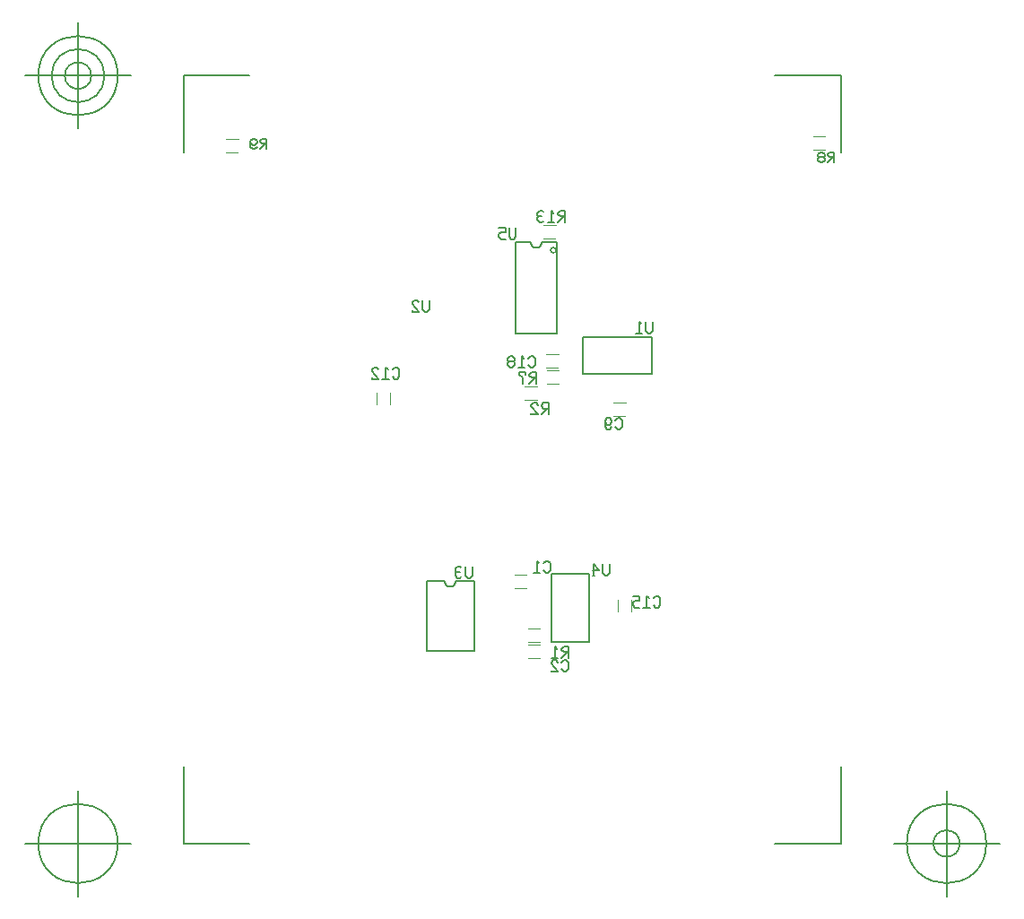
<source format=gbr>
G04 Generated by Ultiboard 13.0 *
%FSLAX25Y25*%
%MOIN*%

%ADD10C,0.00001*%
%ADD11C,0.00800*%
%ADD12C,0.00667*%
%ADD13C,0.00100*%
%ADD14C,0.00500*%


G04 ColorRGB FF14FF for the following layer *
%LNSilkscreen Bottom*%
%LPD*%
G54D10*
G54D11*
X343650Y269000D02*
X343650Y235000D01*
X328350Y235000D01*
X328350Y269000D01*
X341373Y266128D02*
G75*
D01*
G02X341373Y266128I985J0*
G01*
X334031Y269000D02*
X334039Y268828D01*
X334061Y268658D01*
X334099Y268491D01*
X334150Y268327D01*
X334216Y268168D01*
X334295Y268016D01*
X334387Y267871D01*
X334492Y267735D01*
X334608Y267608D01*
X334735Y267492D01*
X334871Y267387D01*
X335016Y267295D01*
X335168Y267216D01*
X335327Y267150D01*
X335491Y267099D01*
X335658Y267061D01*
X335828Y267039D01*
X336000Y267031D01*
X336172Y267039D01*
X336342Y267061D01*
X336509Y267099D01*
X336673Y267150D01*
X336832Y267216D01*
X336984Y267295D01*
X337129Y267387D01*
X337265Y267492D01*
X337392Y267608D01*
X337508Y267735D01*
X337613Y267871D01*
X337705Y268016D01*
X337784Y268168D01*
X337850Y268327D01*
X337901Y268491D01*
X337939Y268658D01*
X337961Y268828D01*
X337969Y269000D01*
X328350Y269000D02*
X334031Y269000D01*
X337969Y269000D02*
X343650Y269000D01*
X378795Y220141D02*
X353205Y220141D01*
X353205Y233920D01*
X378795Y233920D01*
X378795Y220141D01*
X312858Y142992D02*
X312858Y117008D01*
X295142Y117008D01*
X295142Y142992D01*
X302031Y142992D02*
X302039Y142821D01*
X302061Y142650D01*
X302099Y142483D01*
X302150Y142319D01*
X302216Y142160D01*
X302295Y142008D01*
X302387Y141863D01*
X302492Y141727D01*
X302608Y141600D01*
X302735Y141484D01*
X302871Y141380D01*
X303016Y141287D01*
X303168Y141208D01*
X303327Y141142D01*
X303491Y141091D01*
X303658Y141054D01*
X303828Y141031D01*
X304000Y141024D01*
X304172Y141031D01*
X304342Y141054D01*
X304509Y141091D01*
X304673Y141142D01*
X304832Y141208D01*
X304984Y141287D01*
X305129Y141380D01*
X305265Y141484D01*
X305392Y141600D01*
X305508Y141727D01*
X305613Y141863D01*
X305705Y142008D01*
X305784Y142160D01*
X305850Y142319D01*
X305901Y142483D01*
X305939Y142650D01*
X305961Y142821D01*
X305969Y142992D01*
X295142Y142992D02*
X302031Y142992D01*
X305969Y142992D02*
X312858Y142992D01*
X355546Y145913D02*
X355546Y120323D01*
X341766Y120323D01*
X341766Y145913D01*
X355546Y145913D01*
X446663Y298669D02*
X446663Y302606D01*
X445095Y302606D01*
X444311Y301819D01*
X444311Y301425D01*
X445095Y300638D01*
X446663Y300638D01*
X446271Y300638D02*
X444311Y298669D01*
X441568Y298669D02*
X442352Y298669D01*
X443136Y299457D01*
X443136Y300244D01*
X442744Y300638D01*
X443136Y301031D01*
X443136Y301819D01*
X442352Y302606D01*
X441568Y302606D01*
X440784Y301819D01*
X440784Y301031D01*
X441176Y300638D01*
X440784Y300244D01*
X440784Y299457D01*
X441568Y298669D01*
X442744Y300638D02*
X441176Y300638D01*
X235663Y303669D02*
X235663Y307606D01*
X234095Y307606D01*
X233311Y306819D01*
X233311Y306425D01*
X234095Y305638D01*
X235663Y305638D01*
X235271Y305638D02*
X233311Y303669D01*
X232136Y304457D02*
X231352Y303669D01*
X230568Y303669D01*
X229784Y304457D01*
X229784Y306031D01*
X229784Y306819D01*
X230568Y307606D01*
X231352Y307606D01*
X232136Y306819D01*
X232136Y306031D01*
X231352Y305244D01*
X230568Y305244D01*
X229784Y306031D01*
G54D12*
X328413Y274571D02*
X328413Y271143D01*
X327560Y270286D01*
X326707Y270286D01*
X325853Y271143D01*
X325853Y274571D01*
X322013Y274571D02*
X324573Y274571D01*
X324573Y272857D01*
X322867Y272857D01*
X322013Y272000D01*
X322013Y271143D01*
X322867Y270286D01*
X324573Y270286D01*
X340488Y205063D02*
X340488Y209348D01*
X338781Y209348D01*
X337928Y208491D01*
X337928Y208063D01*
X338781Y207206D01*
X340488Y207206D01*
X340061Y207206D02*
X337928Y205063D01*
X336648Y208491D02*
X335794Y209348D01*
X334941Y209348D01*
X334088Y208491D01*
X334088Y208063D01*
X336648Y205063D01*
X334088Y205063D01*
X334088Y205491D01*
X335941Y216530D02*
X335941Y220816D01*
X334234Y220816D01*
X333381Y219958D01*
X333381Y219530D01*
X334234Y218673D01*
X335941Y218673D01*
X335514Y218673D02*
X333381Y216530D01*
X330821Y216530D02*
X330821Y218673D01*
X329541Y219958D01*
X329541Y220816D01*
X332101Y220816D01*
X332101Y219958D01*
X363253Y149571D02*
X363253Y146143D01*
X362400Y145286D01*
X361547Y145286D01*
X360693Y146143D01*
X360693Y149571D01*
X356853Y147000D02*
X359413Y147000D01*
X357280Y149571D01*
X357280Y145286D01*
X357707Y145286D02*
X356853Y145286D01*
X312253Y148571D02*
X312253Y145143D01*
X311400Y144286D01*
X310547Y144286D01*
X309693Y145143D01*
X309693Y148571D01*
X307987Y148143D02*
X307560Y148571D01*
X306707Y148571D01*
X305853Y147714D01*
X305853Y146857D01*
X306280Y146429D01*
X305853Y146000D01*
X305853Y145143D01*
X306707Y144286D01*
X307560Y144286D01*
X307987Y144714D01*
X307560Y146429D02*
X306280Y146429D01*
X296253Y247571D02*
X296253Y244143D01*
X295400Y243286D01*
X294547Y243286D01*
X293693Y244143D01*
X293693Y247571D01*
X292413Y246714D02*
X291560Y247571D01*
X290707Y247571D01*
X289853Y246714D01*
X289853Y246286D01*
X292413Y243286D01*
X289853Y243286D01*
X289853Y243714D01*
X379253Y239571D02*
X379253Y236143D01*
X378400Y235286D01*
X377547Y235286D01*
X376693Y236143D01*
X376693Y239571D01*
X374987Y238714D02*
X374133Y239571D01*
X374133Y235286D01*
X375413Y235286D02*
X372853Y235286D01*
X345381Y110387D02*
X346234Y109530D01*
X347088Y109530D01*
X347941Y110387D01*
X347941Y112958D01*
X347088Y113816D01*
X346234Y113816D01*
X345381Y112958D01*
X344101Y112958D02*
X343248Y113816D01*
X342394Y113816D01*
X341541Y112958D01*
X341541Y112530D01*
X344101Y109530D01*
X341541Y109530D01*
X341541Y109958D01*
X347941Y114530D02*
X347941Y118816D01*
X346234Y118816D01*
X345381Y117958D01*
X345381Y117530D01*
X346234Y116673D01*
X347941Y116673D01*
X347514Y116673D02*
X345381Y114530D01*
X343674Y117958D02*
X342821Y118816D01*
X342821Y114530D01*
X344101Y114530D02*
X341541Y114530D01*
X379533Y134143D02*
X380387Y133286D01*
X381240Y133286D01*
X382093Y134143D01*
X382093Y136714D01*
X381240Y137571D01*
X380387Y137571D01*
X379533Y136714D01*
X377827Y136714D02*
X376973Y137571D01*
X376973Y133286D01*
X378253Y133286D02*
X375693Y133286D01*
X371853Y137571D02*
X374413Y137571D01*
X374413Y135857D01*
X372707Y135857D01*
X371853Y135000D01*
X371853Y134143D01*
X372707Y133286D01*
X374413Y133286D01*
X338693Y147143D02*
X339547Y146286D01*
X340400Y146286D01*
X341253Y147143D01*
X341253Y149714D01*
X340400Y150571D01*
X339547Y150571D01*
X338693Y149714D01*
X336987Y149714D02*
X336133Y150571D01*
X336133Y146286D01*
X337413Y146286D02*
X334853Y146286D01*
X333065Y223387D02*
X333918Y222530D01*
X334771Y222530D01*
X335625Y223387D01*
X335625Y225958D01*
X334771Y226816D01*
X333918Y226816D01*
X333065Y225958D01*
X331358Y225958D02*
X330505Y226816D01*
X330505Y222530D01*
X331785Y222530D02*
X329225Y222530D01*
X326238Y222530D02*
X327091Y222530D01*
X327945Y223387D01*
X327945Y224244D01*
X327518Y224673D01*
X327945Y225101D01*
X327945Y225958D01*
X327091Y226816D01*
X326238Y226816D01*
X325385Y225958D01*
X325385Y225101D01*
X325811Y224673D01*
X325385Y224244D01*
X325385Y223387D01*
X326238Y222530D01*
X327518Y224673D02*
X325811Y224673D01*
X346625Y276530D02*
X346625Y280816D01*
X344918Y280816D01*
X344065Y279958D01*
X344065Y279530D01*
X344918Y278673D01*
X346625Y278673D01*
X346198Y278673D02*
X344065Y276530D01*
X342358Y279958D02*
X341505Y280816D01*
X341505Y276530D01*
X342785Y276530D02*
X340225Y276530D01*
X338518Y280387D02*
X338091Y280816D01*
X337238Y280816D01*
X336385Y279958D01*
X336385Y279101D01*
X336811Y278673D01*
X336385Y278244D01*
X336385Y277387D01*
X337238Y276530D01*
X338091Y276530D01*
X338518Y276958D01*
X338091Y278673D02*
X336811Y278673D01*
X365381Y200387D02*
X366234Y199530D01*
X367088Y199530D01*
X367941Y200387D01*
X367941Y202958D01*
X367088Y203816D01*
X366234Y203816D01*
X365381Y202958D01*
X364101Y200387D02*
X363248Y199530D01*
X362394Y199530D01*
X361541Y200387D01*
X361541Y202101D01*
X361541Y202958D01*
X362394Y203816D01*
X363248Y203816D01*
X364101Y202958D01*
X364101Y202101D01*
X363248Y201244D01*
X362394Y201244D01*
X361541Y202101D01*
X282533Y219143D02*
X283387Y218286D01*
X284240Y218286D01*
X285093Y219143D01*
X285093Y221714D01*
X284240Y222571D01*
X283387Y222571D01*
X282533Y221714D01*
X280827Y221714D02*
X279973Y222571D01*
X279973Y218286D01*
X281253Y218286D02*
X278693Y218286D01*
X277413Y221714D02*
X276560Y222571D01*
X275707Y222571D01*
X274853Y221714D01*
X274853Y221286D01*
X277413Y218286D01*
X274853Y218286D01*
X274853Y218714D01*
G54D13*
X336189Y210534D02*
X331743Y210535D01*
X336175Y215459D02*
X331790Y215450D01*
X344289Y216534D02*
X339843Y216535D01*
X344275Y221459D02*
X339890Y221450D01*
X337239Y114484D02*
X332793Y114485D01*
X337225Y119409D02*
X332840Y119400D01*
X337289Y120534D02*
X332843Y120535D01*
X337275Y125459D02*
X332890Y125450D01*
X366221Y131829D02*
X366221Y136275D01*
X371146Y131843D02*
X371137Y136228D01*
X332289Y140534D02*
X327843Y140535D01*
X332275Y145459D02*
X327890Y145450D01*
X339711Y227466D02*
X344157Y227465D01*
X339725Y222541D02*
X344110Y222550D01*
X338711Y275466D02*
X343157Y275465D01*
X338725Y270541D02*
X343110Y270550D01*
X364711Y209466D02*
X369157Y209465D01*
X364725Y204541D02*
X369110Y204550D01*
X443289Y303534D02*
X438843Y303535D01*
X443275Y308459D02*
X438890Y308450D01*
X220711Y307466D02*
X225157Y307465D01*
X220725Y302541D02*
X225110Y302550D01*
X281466Y213289D02*
X281465Y208843D01*
X276541Y213275D02*
X276550Y208890D01*
G54D14*
X205000Y45535D02*
X205000Y74082D01*
X205000Y45535D02*
X229413Y45535D01*
X449126Y45535D02*
X424713Y45535D01*
X449126Y45535D02*
X449126Y74082D01*
X449126Y331000D02*
X449126Y302454D01*
X449126Y331000D02*
X424713Y331000D01*
X205000Y331000D02*
X229413Y331000D01*
X205000Y331000D02*
X205000Y302454D01*
X185315Y45535D02*
X145945Y45535D01*
X165630Y25850D02*
X165630Y65220D01*
X150866Y45535D02*
G75*
D01*
G02X150866Y45535I14764J0*
G01*
X468811Y45535D02*
X508181Y45535D01*
X488496Y25850D02*
X488496Y65220D01*
X473732Y45535D02*
G75*
D01*
G02X473732Y45535I14764J0*
G01*
X483575Y45535D02*
G75*
D01*
G02X483575Y45535I4921J0*
G01*
X185315Y331000D02*
X145945Y331000D01*
X165630Y311315D02*
X165630Y350685D01*
X150866Y331000D02*
G75*
D01*
G02X150866Y331000I14764J0*
G01*
X155787Y331000D02*
G75*
D01*
G02X155787Y331000I9843J0*
G01*
X160709Y331000D02*
G75*
D01*
G02X160709Y331000I4921J0*
G01*

M02*

</source>
